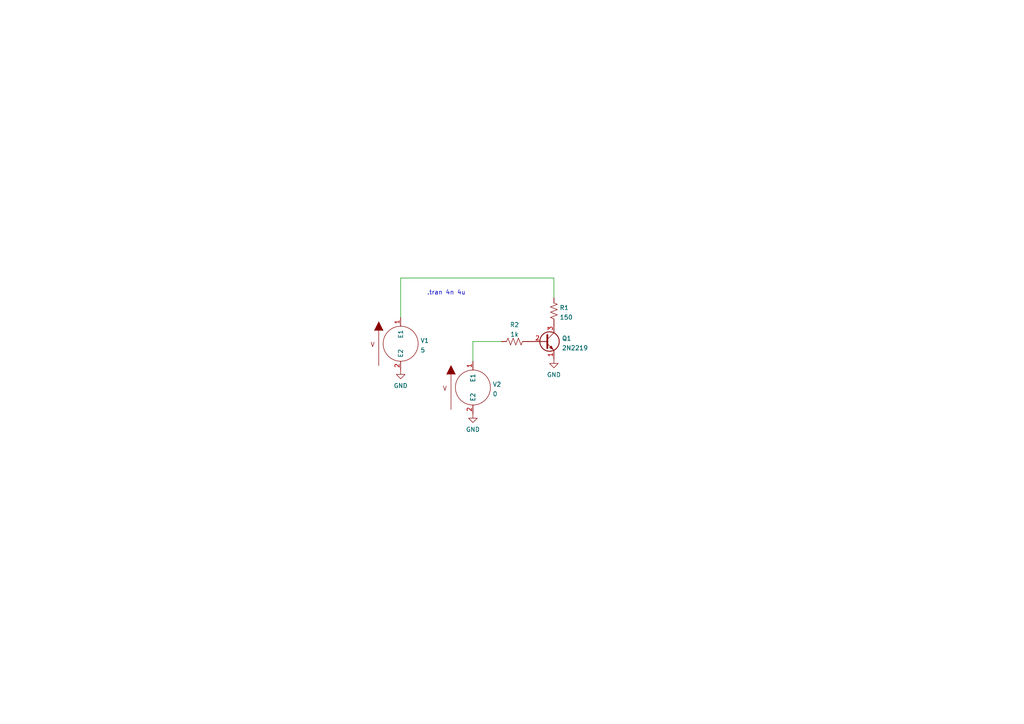
<source format=kicad_sch>
(kicad_sch (version 20211123) (generator eeschema)
  (paper "A4")
  (lib_symbols
    (symbol "Device:R_US" (pin_numbers hide) (pin_names (offset 0))
      (property "Reference" "R" (at 2.54 0 90))
      (property "Value" "R_US" (at -2.54 0 90))
      (symbol "R_US_0_1"
        (polyline (pts (xy 0 -2.286) (xy 0 -2.54)))
        (polyline (pts (xy 0 2.286) (xy 0 2.54)))
        (polyline (pts (xy 0 -0.762) (xy 1.016 -1.143) (xy 0 -1.524) (xy -1.016 -1.905) (xy 0 -2.286)))
        (polyline (pts (xy 0 0.762) (xy 1.016 0.381) (xy 0 0) (xy -1.016 -0.381) (xy 0 -0.762)))
        (polyline (pts (xy 0 2.286) (xy 1.016 1.905) (xy 0 1.524) (xy -1.016 1.143) (xy 0 0.762)))
      )
      (symbol "R_US_1_1"
        (pin passive line (at 0 3.81 270) (length 1.27) (name "~") (number "1"))
        (pin passive line (at 0 -3.81 90) (length 1.27) (name "~") (number "2"))
      )
    )
    (symbol "Transistor_BJT:2N2219" (pin_names (offset 0) hide)
      (property "Reference" "Q" (at 5.08 1.905 0))
      (property "Value" "2N2219" (at 5.08 0 0))
      (symbol "2N2219_0_1"
        (polyline (pts (xy 0.635 0.635) (xy 2.54 2.54)))
        (polyline (pts (xy 0.635 -0.635) (xy 2.54 -2.54) (xy 2.54 -2.54)))
        (polyline (pts (xy 0.635 1.905) (xy 0.635 -1.905) (xy 0.635 -1.905)) (stroke (width 0.508)))
        (polyline (pts (xy 1.27 -1.778) (xy 1.778 -1.27) (xy 2.286 -2.286) (xy 1.27 -1.778) (xy 1.27 -1.778)) (fill (type outline)))
        (circle (center 1.27 0) (radius 2.8194) (stroke (width 0.254)))
      )
      (symbol "2N2219_1_1"
        (pin passive line (at 2.54 -5.08 90) (length 2.54) (name "E") (number "1"))
        (pin passive line (at -5.08 0 0) (length 5.715) (name "B") (number "2"))
        (pin passive line (at 2.54 5.08 270) (length 2.54) (name "C") (number "3"))
      )
    )
    (symbol "power:GND" (power) (pin_names (offset 0))
      (property "Value" "GND" (at 0 -3.81 0))
      (symbol "GND_0_1"
        (polyline (pts (xy 0 0) (xy 0 -1.27) (xy 1.27 -1.27) (xy 0 -2.54) (xy -1.27 -1.27) (xy 0 -1.27)))
      )
      (symbol "GND_1_1"
        (pin power_in line (at 0 0 270) (length 0) hide (name "GND") (number "1"))
      )
    )
    (symbol "pspice:VSOURCE" (pin_names (offset 1.016))
      (property "Reference" "V" (at -6.35 7.62 0))
      (property "Value" "VSOURCE" (at 0 0 0))
      (symbol "VSOURCE_0_1"
        (polyline (pts (xy -6.35 -6.35) (xy -6.35 3.81)) (fill (type outline)))
        (polyline (pts (xy -7.62 3.81) (xy -6.35 6.35) (xy -5.08 3.81)) (fill (type outline)))
        (circle (center 0 0) (radius 5.08))
        (text "V" (at -8.128 -0.254 0) (effects (font (size 1.27 1.27))))
      )
      (symbol "VSOURCE_1_1"
        (pin input line (at 0 7.62 270) (length 2.54) (name "E1") (number "1"))
        (pin input line (at 0 -7.62 90) (length 2.54) (name "E2") (number "2"))
      )
    )
  )
  (wire (pts (xy 137.16 99.06) (xy 145.415 99.06)))
  (wire (pts (xy 116.205 80.645) (xy 160.655 80.645)))
  (wire (pts (xy 116.205 80.645) (xy 116.205 92.075)))
  (wire (pts (xy 160.655 80.645) (xy 160.655 86.36)))
  (wire (pts (xy 137.16 99.06) (xy 137.16 104.775)))
  (text ".tran 4n 4u" (at 123.825 85.725 0) (effects (font (size 1.27 1.27)) (justify left bottom)))
  (symbol (lib_id "power:GND") (at 137.16 120.015 0) (unit 1)
    (property "Reference" "#PWR03" (effects hide))
    (property "Value" "GND" (at 137.16 124.5775 0))
  )
  (symbol (lib_id "Transistor_BJT:2N2219") (at 158.115 99.06 0) (unit 1)
    (property "Reference" "Q1" (at 162.9664 98.1515 0) (effects (justify left)))
    (property "Value" "2N2219" (at 162.9664 100.9266 0) (effects (justify left)))
    (property "Footprint" "Package_TO_SOT_THT:TO-39-3" (effects hide))
    (property "Datasheet" "http://www.onsemi.com/pub_link/Collateral/2N2219-D.PDF" (effects hide))
    (property "Spice_Primitive" "Q" (effects hide))
    (property "Spice_Model" "2N2219A" (effects hide))
    (property "Spice_Netlist_Enabled" "Y" (effects hide))
    (property "Spice_Node_Sequence" "3 2 1" (effects hide))
    (property "Spice_Lib_File" "BJT1_model.lib" (effects hide))
  )
  (symbol (lib_id "Device:R_US") (at 149.225 99.06 90) (unit 1)
    (property "Reference" "R2" (at 149.225 94.2045 90))
    (property "Value" "1k" (at 149.225 96.9796 90))
    (property "Spice_Primitive" "R" (effects hide))
    (property "Spice_Netlist_Enabled" "Y" (effects hide))
    (property "Spice_Model" "1k" (effects hide))
  )
  (symbol (lib_id "pspice:VSOURCE") (at 116.205 99.695 0) (unit 1)
    (property "Reference" "V1" (at 121.92 98.7865 0) (effects (justify left)))
    (property "Value" "5" (at 121.92 101.5616 0) (effects (justify left)))
    (property "Spice_Primitive" "V" (effects hide))
    (property "Spice_Model" "dc 5 ac 0" (effects hide))
    (property "Spice_Netlist_Enabled" "Y" (effects hide))
  )
  (symbol (lib_id "pspice:VSOURCE") (at 137.16 112.395 0) (unit 1)
    (property "Reference" "V2" (at 142.875 111.4865 0) (effects (justify left)))
    (property "Value" "0" (at 142.875 114.2616 0) (effects (justify left)))
    (property "Spice_Primitive" "V" (effects hide))
    (property "Spice_Model" "sine(0 1 1Meg)" (effects hide))
    (property "Spice_Netlist_Enabled" "Y" (effects hide))
  )
  (symbol (lib_id "Device:R_US") (at 160.655 90.17 0) (unit 1)
    (property "Reference" "R1" (at 162.306 89.2615 0) (effects (justify left)))
    (property "Value" "150" (at 162.306 92.0366 0) (effects (justify left)))
    (property "Spice_Primitive" "R" (effects hide))
    (property "Spice_Netlist_Enabled" "Y" (effects hide))
    (property "Spice_Model" "150" (effects hide))
  )
  (symbol (lib_id "power:GND") (at 160.655 104.14 0) (unit 1)
    (property "Reference" "#PWR01" (effects hide))
    (property "Value" "GND" (at 160.655 108.7025 0))
  )
  (symbol (lib_id "power:GND") (at 116.205 107.315 0) (unit 1)
    (property "Reference" "#PWR02" (effects hide))
    (property "Value" "GND" (at 116.205 111.8775 0))
  )
)
</source>
